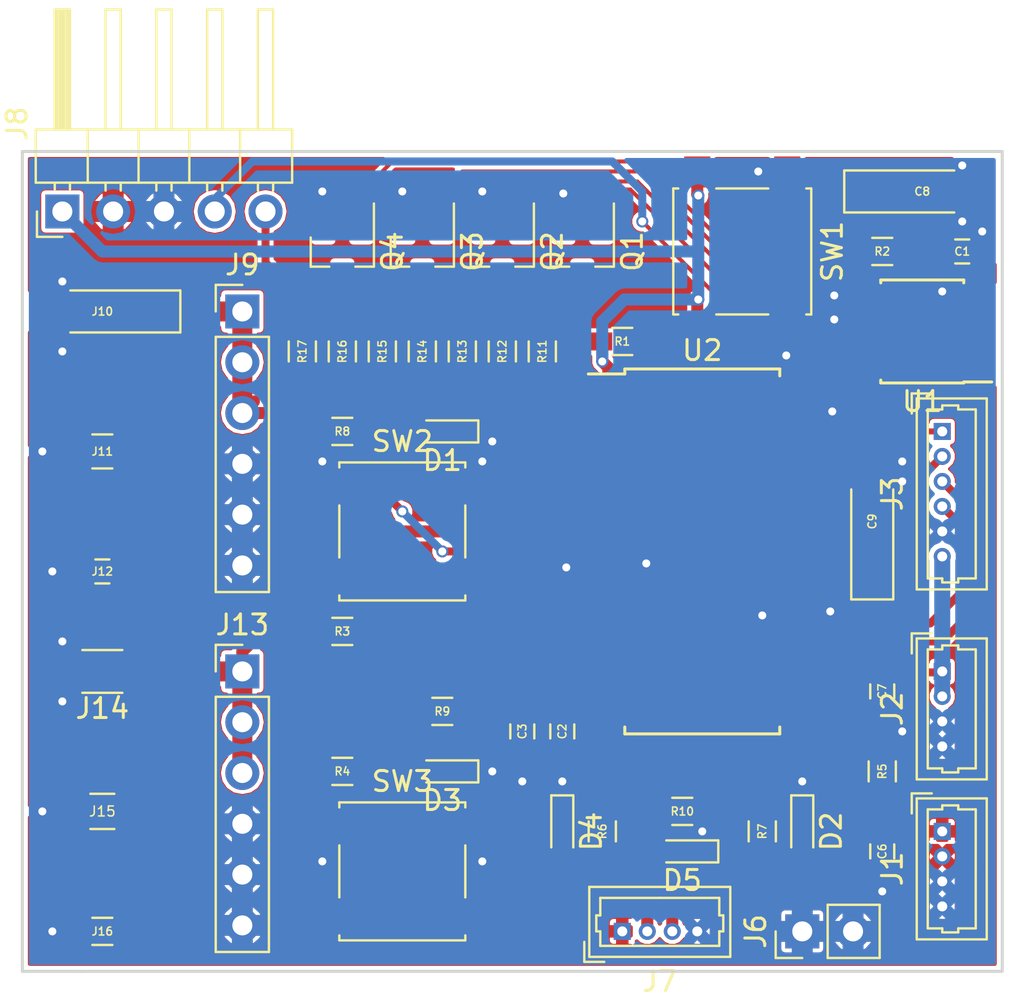
<source format=kicad_pcb>
(kicad_pcb (version 4) (host pcbnew 4.0.7-e2-6376~58~ubuntu16.04.1)
  (layers (0 F.Cu signal) (31 B.Cu signal) (34 B.Paste user) (35 F.Paste user) (36 B.SilkS user) (37 F.SilkS user) (38 B.Mask user) (39 F.Mask user) (44 Edge.Cuts user))
  (net 0 "")
  (net 1 +3V3)
  (net 2 GND)
  (net 3 +5V)
  (net 4 "Net-(C8-Pad1)")
  (net 5 "Net-(C9-Pad1)")
  (net 6 "Net-(D1-Pad2)")
  (net 7 "Net-(D2-Pad2)")
  (net 8 "Net-(D3-Pad2)")
  (net 9 "Net-(D4-Pad2)")
  (net 10 "Net-(D5-Pad2)")
  (net 11 /LCD_SS)
  (net 12 /LCD_SDO)
  (net 13 /LCD_SCK)
  (net 14 /LCD_SDI)
  (net 15 /SER_TX)
  (net 16 /SER_RX)
  (net 17 /PGM_RESET)
  (net 18 /PGM_PGED)
  (net 19 /PGM_PGEC)
  (net 20 /Cx)
  (net 21 /Rx)
  (net 22 "Net-(Q1-Pad1)")
  (net 23 "Net-(Q1-Pad3)")
  (net 24 "Net-(Q2-Pad1)")
  (net 25 "Net-(Q2-Pad3)")
  (net 26 "Net-(Q3-Pad1)")
  (net 27 "Net-(Q3-Pad3)")
  (net 28 "Net-(Q4-Pad1)")
  (net 29 "Net-(Q4-Pad3)")
  (net 30 /AVDD)
  (net 31 /START_Cx)
  (net 32 /START_Rx)
  (net 33 "Net-(R8-Pad1)")
  (net 34 "Net-(R9-Pad1)")
  (net 35 "Net-(R10-Pad1)")
  (net 36 "Net-(R11-Pad1)")
  (net 37 "Net-(R14-Pad2)")
  (net 38 "Net-(R15-Pad1)")
  (net 39 "Net-(R16-Pad2)")
  (net 40 "Net-(U1-Pad2)")
  (net 41 "Net-(U2-Pad3)")
  (module Housings_SOIC:SOIC-28W_7.5x17.9mm_Pitch1.27mm (layer F.Cu) (at 107 115)
    (fp_text reference U2 (at 0 -10.05) (layer F.SilkS))
    (fp_text value dsPIC33EPXXXGP502)
    (pad 1 smd rect (at -4.7 -8.255) (size 2 0.6) (layers F.Cu F.Paste F.Mask) (net 17 /PGM_RESET))
    (pad 2 smd rect (at -4.7 -6.985) (size 2 0.6) (layers F.Cu F.Paste F.Mask) (net 36 "Net-(R11-Pad1)"))
    (pad 3 smd rect (at -4.7 -5.715) (size 2 0.6) (layers F.Cu F.Paste F.Mask) (net 41 "Net-(U2-Pad3)"))
    (pad 4 smd rect (at -4.7 -4.445) (size 2 0.6) (layers F.Cu F.Paste F.Mask) (net 20 /Cx))
    (pad 5 smd rect (at -4.7 -3.175) (size 2 0.6) (layers F.Cu F.Paste F.Mask) (net 21 /Rx))
    (pad 6 smd rect (at -4.7 -1.905) (size 2 0.6) (layers F.Cu F.Paste F.Mask) (net 19 /PGM_PGEC))
    (pad 7 smd rect (at -4.7 -0.635) (size 2 0.6) (layers F.Cu F.Paste F.Mask) (net 18 /PGM_PGED))
    (pad 8 smd rect (at -4.7 0.635) (size 2 0.6) (layers F.Cu F.Paste F.Mask) (net 2 GND))
    (pad 9 smd rect (at -4.7 1.905) (size 2 0.6) (layers F.Cu F.Paste F.Mask) (net 31 /START_Cx))
    (pad 10 smd rect (at -4.7 3.175) (size 2 0.6) (layers F.Cu F.Paste F.Mask) (net 32 /START_Rx))
    (pad 11 smd rect (at -4.7 4.445) (size 2 0.6) (layers F.Cu F.Paste F.Mask) (net 34 "Net-(R9-Pad1)"))
    (pad 12 smd rect (at -4.7 5.715) (size 2 0.6) (layers F.Cu F.Paste F.Mask) (net 35 "Net-(R10-Pad1)"))
    (pad 13 smd rect (at -4.7 6.985) (size 2 0.6) (layers F.Cu F.Paste F.Mask) (net 1 +3V3))
    (pad 14 smd rect (at -4.7 8.255) (size 2 0.6) (layers F.Cu F.Paste F.Mask) (net 15 /SER_TX))
    (pad 15 smd rect (at 4.7 8.255) (size 2 0.6) (layers F.Cu F.Paste F.Mask) (net 16 /SER_RX))
    (pad 16 smd rect (at 4.7 6.985) (size 2 0.6) (layers F.Cu F.Paste F.Mask) (net 13 /LCD_SCK))
    (pad 17 smd rect (at 4.7 5.715) (size 2 0.6) (layers F.Cu F.Paste F.Mask) (net 14 /LCD_SDI))
    (pad 18 smd rect (at 4.7 4.445) (size 2 0.6) (layers F.Cu F.Paste F.Mask) (net 12 /LCD_SDO))
    (pad 19 smd rect (at 4.7 3.175) (size 2 0.6) (layers F.Cu F.Paste F.Mask) (net 2 GND))
    (pad 20 smd rect (at 4.7 1.905) (size 2 0.6) (layers F.Cu F.Paste F.Mask) (net 5 "Net-(C9-Pad1)"))
    (pad 21 smd rect (at 4.7 0.635) (size 2 0.6) (layers F.Cu F.Paste F.Mask) (net 11 /LCD_SS))
    (pad 22 smd rect (at 4.7 -0.635) (size 2 0.6) (layers F.Cu F.Paste F.Mask) (net 22 "Net-(Q1-Pad1)"))
    (pad 23 smd rect (at 4.7 -1.905) (size 2 0.6) (layers F.Cu F.Paste F.Mask) (net 24 "Net-(Q2-Pad1)"))
    (pad 24 smd rect (at 4.7 -3.175) (size 2 0.6) (layers F.Cu F.Paste F.Mask) (net 26 "Net-(Q3-Pad1)"))
    (pad 25 smd rect (at 4.7 -4.445) (size 2 0.6) (layers F.Cu F.Paste F.Mask) (net 28 "Net-(Q4-Pad1)"))
    (pad 26 smd rect (at 4.7 -5.715) (size 2 0.6) (layers F.Cu F.Paste F.Mask) (net 33 "Net-(R8-Pad1)"))
    (pad 27 smd rect (at 4.7 -6.985) (size 2 0.6) (layers F.Cu F.Paste F.Mask) (net 2 GND))
    (pad 28 smd rect (at 4.7 -8.255) (size 2 0.6) (layers F.Cu F.Paste F.Mask) (net 30 /AVDD))
  )
  (module Housings_SOIC:SOIC-8_3.9x4.9mm_Pitch1.27mm (layer F.Cu) (at 118 104 180)
    (fp_text reference U1 (at 0 -3.5 180) (layer F.SilkS))
    (fp_text value MCP1501)
    (pad 1 smd rect (at -2.7 -1.905 180) (size 1.55 0.6) (layers F.Cu F.Paste F.Mask) (net 1 +3V3))
    (pad 2 smd rect (at -2.7 -0.635 180) (size 1.55 0.6) (layers F.Cu F.Paste F.Mask) (net 40 "Net-(U1-Pad2)"))
    (pad 3 smd rect (at -2.7 0.635 180) (size 1.55 0.6) (layers F.Cu F.Paste F.Mask) (net 1 +3V3))
    (pad 4 smd rect (at -2.7 1.905 180) (size 1.55 0.6) (layers F.Cu F.Paste F.Mask) (net 2 GND))
    (pad 5 smd rect (at 2.7 1.905 180) (size 1.55 0.6) (layers F.Cu F.Paste F.Mask) (net 2 GND))
    (pad 6 smd rect (at 2.7 0.635 180) (size 1.55 0.6) (layers F.Cu F.Paste F.Mask) (net 2 GND))
    (pad 7 smd rect (at 2.7 -0.635 180) (size 1.55 0.6) (layers F.Cu F.Paste F.Mask) (net 30 /AVDD))
    (pad 8 smd rect (at 2.7 -1.905 180) (size 1.55 0.6) (layers F.Cu F.Paste F.Mask) (net 30 /AVDD))
  )
  (module Resistors_SMD:R_0603_HandSoldering (layer F.Cu) (at 87 105 270)
    (fp_text reference R17 (at 0 0 270) (layer F.SilkS) (effects (font (size 0.4 0.4) (thickness 0.075))))
    (fp_text value 1M hide)
    (pad 1 smd rect (at -1.1 0 270) (size 1.2 0.9) (layers F.Cu F.Paste F.Mask) (net 29 "Net-(Q4-Pad3)"))
    (pad 2 smd rect (at 1.1 0 270) (size 1.2 0.9) (layers F.Cu F.Paste F.Mask) (net 39 "Net-(R16-Pad2)"))
  )
  (module Resistors_SMD:R_0603_HandSoldering (layer F.Cu) (at 89 126 180)
    (fp_text reference R4 (at 0 0 180) (layer F.SilkS) (effects (font (size 0.4 0.4) (thickness 0.075))))
    (fp_text value 10k hide)
    (pad 1 smd rect (at -1.1 0 180) (size 1.2 0.9) (layers F.Cu F.Paste F.Mask) (net 32 /START_Rx))
    (pad 2 smd rect (at 1.1 0 180) (size 1.2 0.9) (layers F.Cu F.Paste F.Mask) (net 1 +3V3))
  )
  (module Capacitors_SMD:C_0603_HandSoldering (layer F.Cu) (at 120 100)
    (fp_text reference C1 (at 0 0) (layer F.SilkS) (effects (font (size 0.4 0.4) (thickness 0.075))))
    (fp_text value 1µ hide)
    (pad 1 smd rect (at -0.95 0) (size 1.2 0.75) (layers F.Cu F.Paste F.Mask) (net 1 +3V3))
    (pad 2 smd rect (at 0.95 0) (size 1.2 0.75) (layers F.Cu F.Paste F.Mask) (net 2 GND))
  )
  (module Capacitors_SMD:C_0603_HandSoldering (layer F.Cu) (at 100 124 270)
    (fp_text reference C2 (at 0 0 270) (layer F.SilkS) (effects (font (size 0.4 0.4) (thickness 0.075))))
    (fp_text value 1µ hide)
    (pad 1 smd rect (at -0.95 0 270) (size 1.2 0.75) (layers F.Cu F.Paste F.Mask) (net 1 +3V3))
    (pad 2 smd rect (at 0.95 0 270) (size 1.2 0.75) (layers F.Cu F.Paste F.Mask) (net 2 GND))
  )
  (module Capacitors_SMD:C_0603_HandSoldering (layer F.Cu) (at 98 124 270)
    (fp_text reference C3 (at 0 0 270) (layer F.SilkS) (effects (font (size 0.4 0.4) (thickness 0.075))))
    (fp_text value 10n hide)
    (pad 1 smd rect (at -0.95 0 270) (size 1.2 0.75) (layers F.Cu F.Paste F.Mask) (net 1 +3V3))
    (pad 2 smd rect (at 0.95 0 270) (size 1.2 0.75) (layers F.Cu F.Paste F.Mask) (net 2 GND))
  )
  (module Capacitors_SMD:C_0603_HandSoldering (layer F.Cu) (at 116 130 270)
    (fp_text reference C6 (at 0 0 270) (layer F.SilkS) (effects (font (size 0.4 0.4) (thickness 0.075))))
    (fp_text value 10n hide)
    (pad 1 smd rect (at -0.95 0 270) (size 1.2 0.75) (layers F.Cu F.Paste F.Mask) (net 1 +3V3))
    (pad 2 smd rect (at 0.95 0 270) (size 1.2 0.75) (layers F.Cu F.Paste F.Mask) (net 2 GND))
  )
  (module Capacitors_SMD:C_0603_HandSoldering (layer F.Cu) (at 116 122 270)
    (fp_text reference C7 (at 0 0 270) (layer F.SilkS) (effects (font (size 0.4 0.4) (thickness 0.075))))
    (fp_text value 10n hide)
    (pad 1 smd rect (at -0.95 0 270) (size 1.2 0.75) (layers F.Cu F.Paste F.Mask) (net 3 +5V))
    (pad 2 smd rect (at 0.95 0 270) (size 1.2 0.75) (layers F.Cu F.Paste F.Mask) (net 2 GND))
  )
  (module Capacitors_Tantalum_SMD:CP_Tantalum_Case-A_EIA-3216-18_Hand (layer F.Cu) (at 118 97)
    (fp_text reference C8 (at 0 0) (layer F.SilkS) (effects (font (size 0.4 0.4) (thickness 0.075))))
    (fp_text value 2.2µ hide)
    (pad 1 smd rect (at -2 0) (size 3.2 1.5) (layers F.Cu F.Paste F.Mask) (net 4 "Net-(C8-Pad1)"))
    (pad 2 smd rect (at 2 0) (size 3.2 1.5) (layers F.Cu F.Paste F.Mask) (net 2 GND))
  )
  (module Capacitors_Tantalum_SMD:CP_Tantalum_Case-A_EIA-3216-18_Hand (layer F.Cu) (at 115.5 113.5 90)
    (fp_text reference C9 (at 0 0 90) (layer F.SilkS) (effects (font (size 0.4 0.4) (thickness 0.075))))
    (fp_text value 10µ hide)
    (pad 1 smd rect (at -2 0 90) (size 3.2 1.5) (layers F.Cu F.Paste F.Mask) (net 5 "Net-(C9-Pad1)"))
    (pad 2 smd rect (at 2 0 90) (size 3.2 1.5) (layers F.Cu F.Paste F.Mask) (net 2 GND))
  )
  (module LEDs:LED_0603_HandSoldering (layer F.Cu) (at 94 109 180)
    (fp_text reference D1 (at 0 -1.45 180) (layer F.SilkS))
    (fp_text value C_BUSY)
    (pad 1 smd rect (at -1.1 0 180) (size 1.2 0.9) (layers F.Cu F.Paste F.Mask) (net 2 GND))
    (pad 2 smd rect (at 1.1 0 180) (size 1.2 0.9) (layers F.Cu F.Paste F.Mask) (net 6 "Net-(D1-Pad2)"))
  )
  (module LEDs:LED_0603_HandSoldering (layer F.Cu) (at 112 129 270)
    (fp_text reference D2 (at 0 -1.45 270) (layer F.SilkS))
    (fp_text value RX)
    (pad 1 smd rect (at -1.1 0 270) (size 1.2 0.9) (layers F.Cu F.Paste F.Mask) (net 2 GND))
    (pad 2 smd rect (at 1.1 0 270) (size 1.2 0.9) (layers F.Cu F.Paste F.Mask) (net 7 "Net-(D2-Pad2)"))
  )
  (module LEDs:LED_0603_HandSoldering (layer F.Cu) (at 94 126 180)
    (fp_text reference D3 (at 0 -1.45 180) (layer F.SilkS))
    (fp_text value R_BUSY)
    (pad 1 smd rect (at -1.1 0 180) (size 1.2 0.9) (layers F.Cu F.Paste F.Mask) (net 2 GND))
    (pad 2 smd rect (at 1.1 0 180) (size 1.2 0.9) (layers F.Cu F.Paste F.Mask) (net 8 "Net-(D3-Pad2)"))
  )
  (module LEDs:LED_0603_HandSoldering (layer F.Cu) (at 100 129 270)
    (fp_text reference D4 (at 0 -1.45 270) (layer F.SilkS))
    (fp_text value TX)
    (pad 1 smd rect (at -1.1 0 270) (size 1.2 0.9) (layers F.Cu F.Paste F.Mask) (net 2 GND))
    (pad 2 smd rect (at 1.1 0 270) (size 1.2 0.9) (layers F.Cu F.Paste F.Mask) (net 9 "Net-(D4-Pad2)"))
  )
  (module LEDs:LED_0603_HandSoldering (layer F.Cu) (at 106 130 180)
    (fp_text reference D5 (at 0 -1.45 180) (layer F.SilkS))
    (fp_text value STATUS)
    (pad 1 smd rect (at -1.1 0 180) (size 1.2 0.9) (layers F.Cu F.Paste F.Mask) (net 2 GND))
    (pad 2 smd rect (at 1.1 0 180) (size 1.2 0.9) (layers F.Cu F.Paste F.Mask) (net 10 "Net-(D5-Pad2)"))
  )
  (module Connectors_Molex:Molex_PicoBlade_53047-0410_04x1.25mm_Straight (layer F.Cu) (at 119 129 270)
    (fp_text reference J1 (at 1.875 2.5 270) (layer F.SilkS))
    (fp_text value Supply_3.3V)
    (pad 1 thru_hole rect (at 0 0 270) (size 0.85 0.85) (drill 0.5) (layers *.Cu *.Mask) (net 1 +3V3))
    (pad 2 thru_hole circle (at 1.25 0 270) (size 0.85 0.85) (drill 0.5) (layers *.Cu *.Mask) (net 1 +3V3))
    (pad 3 thru_hole circle (at 2.5 0 270) (size 0.85 0.85) (drill 0.5) (layers *.Cu *.Mask) (net 2 GND))
    (pad 4 thru_hole circle (at 3.75 0 270) (size 0.85 0.85) (drill 0.5) (layers *.Cu *.Mask) (net 2 GND))
  )
  (module Connectors_Molex:Molex_PicoBlade_53047-0410_04x1.25mm_Straight (layer F.Cu) (at 119 121 270)
    (fp_text reference J2 (at 1.875 2.5 270) (layer F.SilkS))
    (fp_text value Supply_5.0V)
    (pad 1 thru_hole rect (at 0 0 270) (size 0.85 0.85) (drill 0.5) (layers *.Cu *.Mask) (net 3 +5V))
    (pad 2 thru_hole circle (at 1.25 0 270) (size 0.85 0.85) (drill 0.5) (layers *.Cu *.Mask) (net 3 +5V))
    (pad 3 thru_hole circle (at 2.5 0 270) (size 0.85 0.85) (drill 0.5) (layers *.Cu *.Mask) (net 2 GND))
    (pad 4 thru_hole circle (at 3.75 0 270) (size 0.85 0.85) (drill 0.5) (layers *.Cu *.Mask) (net 2 GND))
  )
  (module Connectors_Molex:Molex_PicoBlade_53047-0610_06x1.25mm_Straight (layer F.Cu) (at 119 109 270)
    (fp_text reference J3 (at 3.125 2.5 270) (layer F.SilkS))
    (fp_text value LCD)
    (pad 1 thru_hole rect (at 0 0 270) (size 0.85 0.85) (drill 0.5) (layers *.Cu *.Mask) (net 11 /LCD_SS))
    (pad 2 thru_hole circle (at 1.25 0 270) (size 0.85 0.85) (drill 0.5) (layers *.Cu *.Mask) (net 12 /LCD_SDO))
    (pad 3 thru_hole circle (at 2.5 0 270) (size 0.85 0.85) (drill 0.5) (layers *.Cu *.Mask) (net 13 /LCD_SCK))
    (pad 4 thru_hole circle (at 3.75 0 270) (size 0.85 0.85) (drill 0.5) (layers *.Cu *.Mask) (net 14 /LCD_SDI))
    (pad 5 thru_hole circle (at 5 0 270) (size 0.85 0.85) (drill 0.5) (layers *.Cu *.Mask) (net 2 GND))
    (pad 6 thru_hole circle (at 6.25 0 270) (size 0.85 0.85) (drill 0.5) (layers *.Cu *.Mask) (net 3 +5V))
  )
  (module Connectors_Molex:Molex_PicoBlade_53047-0410_04x1.25mm_Straight (layer F.Cu) (at 103 134)
    (fp_text reference J7 (at 1.875 2.5) (layer F.SilkS))
    (fp_text value SERIAL)
    (pad 1 thru_hole rect (at 0 0) (size 0.85 0.85) (drill 0.5) (layers *.Cu *.Mask) (net 1 +3V3))
    (pad 2 thru_hole circle (at 1.25 0) (size 0.85 0.85) (drill 0.5) (layers *.Cu *.Mask) (net 15 /SER_TX))
    (pad 3 thru_hole circle (at 2.5 0) (size 0.85 0.85) (drill 0.5) (layers *.Cu *.Mask) (net 16 /SER_RX))
    (pad 4 thru_hole circle (at 3.75 0) (size 0.85 0.85) (drill 0.5) (layers *.Cu *.Mask) (net 2 GND))
  )
  (module Pin_Headers:Pin_Header_Angled_1x05_Pitch2.54mm (layer F.Cu) (at 75 98 90)
    (fp_text reference J8 (at 4.385 -2.27 90) (layer F.SilkS))
    (fp_text value PGM)
    (pad 1 thru_hole rect (at 0 0 90) (size 1.7 1.7) (drill 1) (layers *.Cu *.Mask) (net 17 /PGM_RESET))
    (pad 2 thru_hole oval (at 0 2.54 90) (size 1.7 1.7) (drill 1) (layers *.Cu *.Mask) (net 1 +3V3))
    (pad 3 thru_hole oval (at 0 5.08 90) (size 1.7 1.7) (drill 1) (layers *.Cu *.Mask) (net 2 GND))
    (pad 4 thru_hole oval (at 0 7.62 90) (size 1.7 1.7) (drill 1) (layers *.Cu *.Mask) (net 18 /PGM_PGED))
    (pad 5 thru_hole oval (at 0 10.16 90) (size 1.7 1.7) (drill 1) (layers *.Cu *.Mask) (net 19 /PGM_PGEC))
  )
  (module Pin_Headers:Pin_Header_Straight_1x06_Pitch2.54mm (layer F.Cu) (at 84 103)
    (fp_text reference J9 (at 0 -2.33) (layer F.SilkS))
    (fp_text value Cx_TH_In)
    (pad 1 thru_hole rect (at 0 0) (size 1.7 1.7) (drill 1) (layers *.Cu *.Mask) (net 20 /Cx))
    (pad 2 thru_hole oval (at 0 2.54) (size 1.7 1.7) (drill 1) (layers *.Cu *.Mask) (net 20 /Cx))
    (pad 3 thru_hole oval (at 0 5.08) (size 1.7 1.7) (drill 1) (layers *.Cu *.Mask) (net 20 /Cx))
    (pad 4 thru_hole oval (at 0 7.62) (size 1.7 1.7) (drill 1) (layers *.Cu *.Mask) (net 2 GND))
    (pad 5 thru_hole oval (at 0 10.16) (size 1.7 1.7) (drill 1) (layers *.Cu *.Mask) (net 2 GND))
    (pad 6 thru_hole oval (at 0 12.7) (size 1.7 1.7) (drill 1) (layers *.Cu *.Mask) (net 2 GND))
  )
  (module Capacitors_Tantalum_SMD:CP_Tantalum_Case-A_EIA-3216-18_Hand (layer F.Cu) (at 77 103 180)
    (fp_text reference J10 (at 0 0 180) (layer F.SilkS) (effects (font (size 0.4 0.4) (thickness 0.075))))
    (fp_text value Cx_1206_In hide)
    (pad 1 smd rect (at -2 0 180) (size 3.2 1.5) (layers F.Cu F.Paste F.Mask) (net 20 /Cx))
    (pad 2 smd rect (at 2 0 180) (size 3.2 1.5) (layers F.Cu F.Paste F.Mask) (net 2 GND))
  )
  (module Capacitors_SMD:C_0805_HandSoldering (layer F.Cu) (at 77 110 180)
    (fp_text reference J11 (at 0 0 180) (layer F.SilkS) (effects (font (size 0.4 0.4) (thickness 0.075))))
    (fp_text value Cx_0805_In hide)
    (pad 1 smd rect (at -1.25 0 180) (size 1.5 1.25) (layers F.Cu F.Paste F.Mask) (net 20 /Cx))
    (pad 2 smd rect (at 1.25 0 180) (size 1.5 1.25) (layers F.Cu F.Paste F.Mask) (net 2 GND))
  )
  (module Capacitors_SMD:C_0603_HandSoldering (layer F.Cu) (at 77 116 180)
    (fp_text reference J12 (at 0 0 180) (layer F.SilkS) (effects (font (size 0.4 0.4) (thickness 0.075))))
    (fp_text value Cx_0603_In hide)
    (pad 1 smd rect (at -0.95 0 180) (size 1.2 0.75) (layers F.Cu F.Paste F.Mask) (net 20 /Cx))
    (pad 2 smd rect (at 0.95 0 180) (size 1.2 0.75) (layers F.Cu F.Paste F.Mask) (net 2 GND))
  )
  (module Pin_Headers:Pin_Header_Straight_1x06_Pitch2.54mm (layer F.Cu) (at 84 121)
    (fp_text reference J13 (at 0 -2.33) (layer F.SilkS))
    (fp_text value Rx_TH_In)
    (pad 1 thru_hole rect (at 0 0) (size 1.7 1.7) (drill 1) (layers *.Cu *.Mask) (net 21 /Rx))
    (pad 2 thru_hole oval (at 0 2.54) (size 1.7 1.7) (drill 1) (layers *.Cu *.Mask) (net 21 /Rx))
    (pad 3 thru_hole oval (at 0 5.08) (size 1.7 1.7) (drill 1) (layers *.Cu *.Mask) (net 21 /Rx))
    (pad 4 thru_hole oval (at 0 7.62) (size 1.7 1.7) (drill 1) (layers *.Cu *.Mask) (net 2 GND))
    (pad 5 thru_hole oval (at 0 10.16) (size 1.7 1.7) (drill 1) (layers *.Cu *.Mask) (net 2 GND))
    (pad 6 thru_hole oval (at 0 12.7) (size 1.7 1.7) (drill 1) (layers *.Cu *.Mask) (net 2 GND))
  )
  (module Resistors_SMD:R_1206_HandSoldering (layer F.Cu) (at 77 121 180)
    (fp_text reference J14 (at 0 -1.85 180) (layer F.SilkS))
    (fp_text value Rx_1206_In)
    (pad 1 smd rect (at -2 0 180) (size 2 1.7) (layers F.Cu F.Paste F.Mask) (net 21 /Rx))
    (pad 2 smd rect (at 2 0 180) (size 2 1.7) (layers F.Cu F.Paste F.Mask) (net 2 GND))
  )
  (module Resistors_SMD:R_0805_HandSoldering (layer F.Cu) (at 77 128 180)
    (fp_text reference J15 (at 0 0 180) (layer F.SilkS) (effects (font (size 0.5 0.5) (thickness 0.075))))
    (fp_text value Rx_0805_In hide)
    (pad 1 smd rect (at -1.35 0 180) (size 1.5 1.3) (layers F.Cu F.Paste F.Mask) (net 21 /Rx))
    (pad 2 smd rect (at 1.35 0 180) (size 1.5 1.3) (layers F.Cu F.Paste F.Mask) (net 2 GND))
  )
  (module Resistors_SMD:R_0603_HandSoldering (layer F.Cu) (at 77 134 180)
    (fp_text reference J16 (at 0 0 180) (layer F.SilkS) (effects (font (size 0.4 0.4) (thickness 0.075))))
    (fp_text value Rx_0603_In hide)
    (pad 1 smd rect (at -1.1 0 180) (size 1.2 0.9) (layers F.Cu F.Paste F.Mask) (net 21 /Rx))
    (pad 2 smd rect (at 1.1 0 180) (size 1.2 0.9) (layers F.Cu F.Paste F.Mask) (net 2 GND))
  )
  (module TO_SOT_Packages_SMD:SOT-23_Handsoldering (layer F.Cu) (at 101 100 270)
    (fp_text reference Q1 (at 0 -2.5 270) (layer F.SilkS))
    (fp_text value Q_550µ)
    (pad 1 smd rect (at -1.5 -0.95 270) (size 1.9 0.8) (layers F.Cu F.Paste F.Mask) (net 22 "Net-(Q1-Pad1)"))
    (pad 2 smd rect (at -1.5 0.95 270) (size 1.9 0.8) (layers F.Cu F.Paste F.Mask) (net 2 GND))
    (pad 3 smd rect (at 1.5 0 270) (size 1.9 0.8) (layers F.Cu F.Paste F.Mask) (net 23 "Net-(Q1-Pad3)"))
  )
  (module TO_SOT_Packages_SMD:SOT-23_Handsoldering (layer F.Cu) (at 97 100 270)
    (fp_text reference Q2 (at 0 -2.5 270) (layer F.SilkS))
    (fp_text value Q_55.0µ)
    (pad 1 smd rect (at -1.5 -0.95 270) (size 1.9 0.8) (layers F.Cu F.Paste F.Mask) (net 24 "Net-(Q2-Pad1)"))
    (pad 2 smd rect (at -1.5 0.95 270) (size 1.9 0.8) (layers F.Cu F.Paste F.Mask) (net 2 GND))
    (pad 3 smd rect (at 1.5 0 270) (size 1.9 0.8) (layers F.Cu F.Paste F.Mask) (net 25 "Net-(Q2-Pad3)"))
  )
  (module TO_SOT_Packages_SMD:SOT-23_Handsoldering (layer F.Cu) (at 93 100 270)
    (fp_text reference Q3 (at 0 -2.5 270) (layer F.SilkS))
    (fp_text value Q_5.50µ)
    (pad 1 smd rect (at -1.5 -0.95 270) (size 1.9 0.8) (layers F.Cu F.Paste F.Mask) (net 26 "Net-(Q3-Pad1)"))
    (pad 2 smd rect (at -1.5 0.95 270) (size 1.9 0.8) (layers F.Cu F.Paste F.Mask) (net 2 GND))
    (pad 3 smd rect (at 1.5 0 270) (size 1.9 0.8) (layers F.Cu F.Paste F.Mask) (net 27 "Net-(Q3-Pad3)"))
  )
  (module TO_SOT_Packages_SMD:SOT-23_Handsoldering (layer F.Cu) (at 89 100 270)
    (fp_text reference Q4 (at 0 -2.5 270) (layer F.SilkS))
    (fp_text value Q_0.55µ)
    (pad 1 smd rect (at -1.5 -0.95 270) (size 1.9 0.8) (layers F.Cu F.Paste F.Mask) (net 28 "Net-(Q4-Pad1)"))
    (pad 2 smd rect (at -1.5 0.95 270) (size 1.9 0.8) (layers F.Cu F.Paste F.Mask) (net 2 GND))
    (pad 3 smd rect (at 1.5 0 270) (size 1.9 0.8) (layers F.Cu F.Paste F.Mask) (net 29 "Net-(Q4-Pad3)"))
  )
  (module Resistors_SMD:R_0603_HandSoldering (layer F.Cu) (at 103 104.5)
    (fp_text reference R1 (at 0 0) (layer F.SilkS) (effects (font (size 0.4 0.4) (thickness 0.075))))
    (fp_text value 10k hide)
    (pad 1 smd rect (at -1.1 0) (size 1.2 0.9) (layers F.Cu F.Paste F.Mask) (net 17 /PGM_RESET))
    (pad 2 smd rect (at 1.1 0) (size 1.2 0.9) (layers F.Cu F.Paste F.Mask) (net 1 +3V3))
  )
  (module Resistors_SMD:R_0603_HandSoldering (layer F.Cu) (at 116 100 180)
    (fp_text reference R2 (at 0 0 180) (layer F.SilkS) (effects (font (size 0.4 0.4) (thickness 0.075))))
    (fp_text value 51.1 hide)
    (pad 1 smd rect (at -1.1 0 180) (size 1.2 0.9) (layers F.Cu F.Paste F.Mask) (net 30 /AVDD))
    (pad 2 smd rect (at 1.1 0 180) (size 1.2 0.9) (layers F.Cu F.Paste F.Mask) (net 4 "Net-(C8-Pad1)"))
  )
  (module Resistors_SMD:R_0603_HandSoldering (layer F.Cu) (at 89 119)
    (fp_text reference R3 (at 0 0) (layer F.SilkS) (effects (font (size 0.4 0.4) (thickness 0.075))))
    (fp_text value 10k hide)
    (pad 1 smd rect (at -1.1 0) (size 1.2 0.9) (layers F.Cu F.Paste F.Mask) (net 31 /START_Cx))
    (pad 2 smd rect (at 1.1 0) (size 1.2 0.9) (layers F.Cu F.Paste F.Mask) (net 1 +3V3))
  )
  (module Resistors_SMD:R_0603_HandSoldering (layer F.Cu) (at 116 126 270)
    (fp_text reference R5 (at 0 0 270) (layer F.SilkS) (effects (font (size 0.4 0.4) (thickness 0.075))))
    (fp_text value 10k hide)
    (pad 1 smd rect (at -1.1 0 270) (size 1.2 0.9) (layers F.Cu F.Paste F.Mask) (net 2 GND))
    (pad 2 smd rect (at 1.1 0 270) (size 1.2 0.9) (layers F.Cu F.Paste F.Mask) (net 16 /SER_RX))
  )
  (module Resistors_SMD:R_0603_HandSoldering (layer F.Cu) (at 102 129 90)
    (fp_text reference R6 (at 0 0 90) (layer F.SilkS) (effects (font (size 0.4 0.4) (thickness 0.075))))
    (fp_text value 196 hide)
    (pad 1 smd rect (at -1.1 0 90) (size 1.2 0.9) (layers F.Cu F.Paste F.Mask) (net 9 "Net-(D4-Pad2)"))
    (pad 2 smd rect (at 1.1 0 90) (size 1.2 0.9) (layers F.Cu F.Paste F.Mask) (net 15 /SER_TX))
  )
  (module Resistors_SMD:R_0603_HandSoldering (layer F.Cu) (at 110 129 90)
    (fp_text reference R7 (at 0 0 90) (layer F.SilkS) (effects (font (size 0.4 0.4) (thickness 0.075))))
    (fp_text value 196 hide)
    (pad 1 smd rect (at -1.1 0 90) (size 1.2 0.9) (layers F.Cu F.Paste F.Mask) (net 7 "Net-(D2-Pad2)"))
    (pad 2 smd rect (at 1.1 0 90) (size 1.2 0.9) (layers F.Cu F.Paste F.Mask) (net 16 /SER_RX))
  )
  (module Resistors_SMD:R_0603_HandSoldering (layer F.Cu) (at 89 109)
    (fp_text reference R8 (at 0 0) (layer F.SilkS) (effects (font (size 0.4 0.4) (thickness 0.075))))
    (fp_text value 196 hide)
    (pad 1 smd rect (at -1.1 0) (size 1.2 0.9) (layers F.Cu F.Paste F.Mask) (net 33 "Net-(R8-Pad1)"))
    (pad 2 smd rect (at 1.1 0) (size 1.2 0.9) (layers F.Cu F.Paste F.Mask) (net 6 "Net-(D1-Pad2)"))
  )
  (module Resistors_SMD:R_0603_HandSoldering (layer F.Cu) (at 94 123 180)
    (fp_text reference R9 (at 0 0 180) (layer F.SilkS) (effects (font (size 0.4 0.4) (thickness 0.075))))
    (fp_text value 196 hide)
    (pad 1 smd rect (at -1.1 0 180) (size 1.2 0.9) (layers F.Cu F.Paste F.Mask) (net 34 "Net-(R9-Pad1)"))
    (pad 2 smd rect (at 1.1 0 180) (size 1.2 0.9) (layers F.Cu F.Paste F.Mask) (net 8 "Net-(D3-Pad2)"))
  )
  (module Resistors_SMD:R_0603_HandSoldering (layer F.Cu) (at 106 128 180)
    (fp_text reference R10 (at 0 0 180) (layer F.SilkS) (effects (font (size 0.4 0.4) (thickness 0.075))))
    (fp_text value 196 hide)
    (pad 1 smd rect (at -1.1 0 180) (size 1.2 0.9) (layers F.Cu F.Paste F.Mask) (net 35 "Net-(R10-Pad1)"))
    (pad 2 smd rect (at 1.1 0 180) (size 1.2 0.9) (layers F.Cu F.Paste F.Mask) (net 10 "Net-(D5-Pad2)"))
  )
  (module Resistors_SMD:R_0603_HandSoldering (layer F.Cu) (at 99 105 90)
    (fp_text reference R11 (at 0 0 90) (layer F.SilkS) (effects (font (size 0.4 0.4) (thickness 0.075))))
    (fp_text value 4.22k hide)
    (pad 1 smd rect (at -1.1 0 90) (size 1.2 0.9) (layers F.Cu F.Paste F.Mask) (net 36 "Net-(R11-Pad1)"))
    (pad 2 smd rect (at 1.1 0 90) (size 1.2 0.9) (layers F.Cu F.Paste F.Mask) (net 23 "Net-(Q1-Pad3)"))
  )
  (module Resistors_SMD:R_0603_HandSoldering (layer F.Cu) (at 97 105 90)
    (fp_text reference R12 (at 0 0 90) (layer F.SilkS) (effects (font (size 0.4 0.4) (thickness 0.075))))
    (fp_text value 42.2k hide)
    (pad 1 smd rect (at -1.1 0 90) (size 1.2 0.9) (layers F.Cu F.Paste F.Mask) (net 36 "Net-(R11-Pad1)"))
    (pad 2 smd rect (at 1.1 0 90) (size 1.2 0.9) (layers F.Cu F.Paste F.Mask) (net 25 "Net-(Q2-Pad3)"))
  )
  (module Resistors_SMD:R_0603_HandSoldering (layer F.Cu) (at 95 105 90)
    (fp_text reference R13 (at 0 0 90) (layer F.SilkS) (effects (font (size 0.4 0.4) (thickness 0.075))))
    (fp_text value 422k hide)
    (pad 1 smd rect (at -1.1 0 90) (size 1.2 0.9) (layers F.Cu F.Paste F.Mask) (net 36 "Net-(R11-Pad1)"))
    (pad 2 smd rect (at 1.1 0 90) (size 1.2 0.9) (layers F.Cu F.Paste F.Mask) (net 27 "Net-(Q3-Pad3)"))
  )
  (module Resistors_SMD:R_0603_HandSoldering (layer F.Cu) (at 93 105 90)
    (fp_text reference R14 (at 0 0 90) (layer F.SilkS) (effects (font (size 0.4 0.4) (thickness 0.075))))
    (fp_text value 1M hide)
    (pad 1 smd rect (at -1.1 0 90) (size 1.2 0.9) (layers F.Cu F.Paste F.Mask) (net 36 "Net-(R11-Pad1)"))
    (pad 2 smd rect (at 1.1 0 90) (size 1.2 0.9) (layers F.Cu F.Paste F.Mask) (net 37 "Net-(R14-Pad2)"))
  )
  (module Resistors_SMD:R_0603_HandSoldering (layer F.Cu) (at 91 105 270)
    (fp_text reference R15 (at 0 0 270) (layer F.SilkS) (effects (font (size 0.4 0.4) (thickness 0.075))))
    (fp_text value 1M hide)
    (pad 1 smd rect (at -1.1 0 270) (size 1.2 0.9) (layers F.Cu F.Paste F.Mask) (net 38 "Net-(R15-Pad1)"))
    (pad 2 smd rect (at 1.1 0 270) (size 1.2 0.9) (layers F.Cu F.Paste F.Mask) (net 37 "Net-(R14-Pad2)"))
  )
  (module Resistors_SMD:R_0603_HandSoldering (layer F.Cu) (at 89 105 270)
    (fp_text reference R16 (at 0 0 270) (layer F.SilkS) (effects (font (size 0.4 0.4) (thickness 0.075))))
    (fp_text value 1M hide)
    (pad 1 smd rect (at -1.1 0 270) (size 1.2 0.9) (layers F.Cu F.Paste F.Mask) (net 38 "Net-(R15-Pad1)"))
    (pad 2 smd rect (at 1.1 0 270) (size 1.2 0.9) (layers F.Cu F.Paste F.Mask) (net 39 "Net-(R16-Pad2)"))
  )
  (module Buttons_Switches_SMD:SW_SPST_B3S-1000 (layer F.Cu) (at 109 100 270)
    (fp_text reference SW1 (at 0 -4.5 270) (layer F.SilkS))
    (fp_text value SW_Reset)
    (pad 1 smd rect (at -3.975 -2.25 270) (size 1.55 1.3) (layers F.Cu F.Paste F.Mask) (net 2 GND))
    (pad 1 smd rect (at 3.975 -2.25 270) (size 1.55 1.3) (layers F.Cu F.Paste F.Mask) (net 2 GND))
    (pad 2 smd rect (at -3.975 2.25 270) (size 1.55 1.3) (layers F.Cu F.Paste F.Mask) (net 17 /PGM_RESET))
    (pad 2 smd rect (at 3.975 2.25 270) (size 1.55 1.3) (layers F.Cu F.Paste F.Mask) (net 17 /PGM_RESET))
  )
  (module Buttons_Switches_SMD:SW_SPST_B3S-1000 (layer F.Cu) (at 92 114)
    (fp_text reference SW2 (at 0 -4.5) (layer F.SilkS))
    (fp_text value SW_Cx)
    (pad 1 smd rect (at -3.975 -2.25) (size 1.55 1.3) (layers F.Cu F.Paste F.Mask) (net 2 GND))
    (pad 1 smd rect (at 3.975 -2.25) (size 1.55 1.3) (layers F.Cu F.Paste F.Mask) (net 2 GND))
    (pad 2 smd rect (at -3.975 2.25) (size 1.55 1.3) (layers F.Cu F.Paste F.Mask) (net 31 /START_Cx))
    (pad 2 smd rect (at 3.975 2.25) (size 1.55 1.3) (layers F.Cu F.Paste F.Mask) (net 31 /START_Cx))
  )
  (module Buttons_Switches_SMD:SW_SPST_B3S-1000 (layer F.Cu) (at 92 131)
    (fp_text reference SW3 (at 0 -4.5) (layer F.SilkS))
    (fp_text value SW_Rx)
    (pad 1 smd rect (at -3.975 -2.25) (size 1.55 1.3) (layers F.Cu F.Paste F.Mask) (net 2 GND))
    (pad 1 smd rect (at 3.975 -2.25) (size 1.55 1.3) (layers F.Cu F.Paste F.Mask) (net 2 GND))
    (pad 2 smd rect (at -3.975 2.25) (size 1.55 1.3) (layers F.Cu F.Paste F.Mask) (net 32 /START_Rx))
    (pad 2 smd rect (at 3.975 2.25) (size 1.55 1.3) (layers F.Cu F.Paste F.Mask) (net 32 /START_Rx))
  )
  (module Pin_Headers:Pin_Header_Straight_1x02_Pitch2.54mm (layer F.Cu) (at 112 134 90)
    (fp_text reference J6 (at 0 -2.33 90) (layer F.SilkS))
    (fp_text value GND)
    (pad 1 thru_hole rect (at 0 0 90) (size 1.7 1.7) (drill 1) (layers *.Cu *.Mask) (net 2 GND))
    (pad 2 thru_hole oval (at 0 2.54 90) (size 1.7 1.7) (drill 1) (layers *.Cu *.Mask) (net 2 GND))
  )
  (gr_line (start 73 136) (end 73 95) (angle 90) (layer Edge.Cuts) (width 0.15))
  (gr_line (start 76 136) (end 73 136) (angle 90) (layer Edge.Cuts) (width 0.15))
  (gr_line (start 122 136) (end 76 136) (angle 90) (layer Edge.Cuts) (width 0.15))
  (gr_line (start 122 95) (end 122 136) (angle 90) (layer Edge.Cuts) (width 0.15))
  (gr_line (start 73 95) (end 122 95) (angle 90) (layer Edge.Cuts) (width 0.15))
  (segment (start 102.3 121.985) (end 99.065 121.985) (width 0.6) (layer F.Cu) (net 1))
  (segment (start 99.065 121.985) (end 98 123.05) (width 0.6) (layer F.Cu) (net 1))
  (segment (start 102.3 121.985) (end 101.065 121.985) (width 0.6) (layer F.Cu) (net 1))
  (segment (start 101.065 121.985) (end 100 123.05) (width 0.6) (layer F.Cu) (net 1))
  (segment (start 95.975 111.75) (end 95.975 110.525) (width 0.6) (layer F.Cu) (net 2))
  (via (at 96 110.5) (size 0.6) (drill 0.4) (layers F.Cu B.Cu) (net 2))
  (segment (start 95.975 110.525) (end 96 110.5) (width 0.6) (layer F.Cu) (net 2))
  (segment (start 88.025 111.75) (end 88.025 110.525) (width 0.6) (layer F.Cu) (net 2))
  (via (at 88 110.5) (size 0.6) (drill 0.4) (layers F.Cu B.Cu) (net 2))
  (segment (start 88.025 110.525) (end 88 110.5) (width 0.6) (layer F.Cu) (net 2))
  (segment (start 115.3 103.365) (end 113.835 103.365) (width 0.6) (layer F.Cu) (net 2))
  (via (at 113.6 103.4) (size 0.6) (drill 0.4) (layers F.Cu B.Cu) (net 2))
  (segment (start 113.8 103.4) (end 113.6 103.4) (width 0.6) (layer F.Cu) (net 2))
  (segment (start 113.835 103.365) (end 113.8 103.4) (width 0.6) (layer F.Cu) (net 2))
  (segment (start 115.3 102.095) (end 113.705 102.095) (width 0.6) (layer F.Cu) (net 2))
  (via (at 113.6 102.2) (size 0.6) (drill 0.4) (layers F.Cu B.Cu) (net 2))
  (segment (start 113.705 102.095) (end 113.6 102.2) (width 0.6) (layer F.Cu) (net 2))
  (segment (start 111.25 96.025) (end 109.825 96.025) (width 0.6) (layer F.Cu) (net 2))
  (via (at 109.8 96) (size 0.6) (drill 0.4) (layers F.Cu B.Cu) (net 2))
  (segment (start 109.825 96.025) (end 109.8 96) (width 0.6) (layer F.Cu) (net 2))
  (segment (start 111.7 118.175) (end 113.225 118.175) (width 0.6) (layer F.Cu) (net 2))
  (via (at 113.4 118) (size 0.6) (drill 0.4) (layers F.Cu B.Cu) (net 2))
  (segment (start 113.225 118.175) (end 113.4 118) (width 0.6) (layer F.Cu) (net 2))
  (segment (start 111.7 118.175) (end 110.025 118.175) (width 0.6) (layer F.Cu) (net 2))
  (via (at 110 118.2) (size 0.6) (drill 0.4) (layers F.Cu B.Cu) (net 2))
  (segment (start 110.025 118.175) (end 110 118.2) (width 0.6) (layer F.Cu) (net 2))
  (segment (start 102.3 115.635) (end 100.365 115.635) (width 0.6) (layer F.Cu) (net 2))
  (via (at 100.2 115.8) (size 0.6) (drill 0.4) (layers F.Cu B.Cu) (net 2))
  (segment (start 100.365 115.635) (end 100.2 115.8) (width 0.6) (layer F.Cu) (net 2))
  (segment (start 102.3 115.635) (end 104.165002 115.635) (width 0.6) (layer F.Cu) (net 2))
  (segment (start 104.2 115.600002) (end 104.2 115.6) (width 0.6) (layer B.Cu) (net 2))
  (via (at 104.2 115.600002) (size 0.6) (drill 0.4) (layers F.Cu B.Cu) (net 2))
  (segment (start 104.165002 115.635) (end 104.2 115.600002) (width 0.6) (layer F.Cu) (net 2))
  (segment (start 111.7 108.015) (end 113.485 108.015) (width 0.6) (layer F.Cu) (net 2))
  (via (at 113.5 108) (size 0.6) (drill 0.4) (layers F.Cu B.Cu) (net 2))
  (segment (start 113.485 108.015) (end 113.5 108) (width 0.6) (layer F.Cu) (net 2))
  (segment (start 100.05 98.5) (end 100.05 97.100002) (width 0.6) (layer F.Cu) (net 2))
  (segment (start 100 97.050002) (end 100 97) (width 0.6) (layer B.Cu) (net 2))
  (segment (start 100.05 97.100002) (end 100 97.050002) (width 0.6) (layer B.Cu) (net 2))
  (via (at 100.05 97.100002) (size 0.6) (drill 0.4) (layers F.Cu B.Cu) (net 2))
  (segment (start 100.05 98.5) (end 100.05 97.150002) (width 0.6) (layer F.Cu) (net 2))
  (segment (start 100.05 97.150002) (end 100 97.100002) (width 0.6) (layer F.Cu) (net 2))
  (segment (start 96.05 98.5) (end 96.05 97.05) (width 0.6) (layer F.Cu) (net 2))
  (via (at 96 97) (size 0.6) (drill 0.4) (layers F.Cu B.Cu) (net 2))
  (segment (start 96.05 97.05) (end 96 97) (width 0.6) (layer F.Cu) (net 2))
  (segment (start 92.05 98.5) (end 92.05 97.05) (width 0.6) (layer F.Cu) (net 2))
  (via (at 92 97) (size 0.6) (drill 0.4) (layers F.Cu B.Cu) (net 2))
  (segment (start 92.05 97.05) (end 92 97) (width 0.6) (layer F.Cu) (net 2))
  (segment (start 88.05 98.5) (end 88.05 97.05) (width 0.6) (layer F.Cu) (net 2))
  (via (at 88 97) (size 0.6) (drill 0.4) (layers F.Cu B.Cu) (net 2))
  (segment (start 88.05 97.05) (end 88 97) (width 0.6) (layer F.Cu) (net 2))
  (segment (start 95.1 126) (end 96.5 126) (width 0.6) (layer F.Cu) (net 2))
  (via (at 96.5 126) (size 0.6) (drill 0.4) (layers F.Cu B.Cu) (net 2))
  (segment (start 98 124.95) (end 98 126.5) (width 0.6) (layer F.Cu) (net 2))
  (via (at 98 126.5) (size 0.6) (drill 0.4) (layers F.Cu B.Cu) (net 2))
  (segment (start 100 124.95) (end 100 126.5) (width 0.6) (layer F.Cu) (net 2))
  (via (at 100 126.5) (size 0.6) (drill 0.4) (layers F.Cu B.Cu) (net 2))
  (segment (start 100 127.9) (end 100 124.95) (width 0.6) (layer F.Cu) (net 2))
  (segment (start 107.1 130) (end 107.1 129.1) (width 0.6) (layer F.Cu) (net 2))
  (via (at 107 129) (size 0.6) (drill 0.4) (layers F.Cu B.Cu) (net 2))
  (segment (start 107.1 129.1) (end 107 129) (width 0.6) (layer F.Cu) (net 2))
  (segment (start 112 127.9) (end 112 126.5) (width 0.6) (layer F.Cu) (net 2))
  (via (at 112 126.5) (size 0.6) (drill 0.4) (layers F.Cu B.Cu) (net 2))
  (segment (start 116 130.95) (end 116 132) (width 0.6) (layer F.Cu) (net 2))
  (via (at 116 132) (size 0.6) (drill 0.4) (layers F.Cu B.Cu) (net 2))
  (segment (start 116 124) (end 117 124) (width 0.6) (layer F.Cu) (net 2))
  (via (at 117 124) (size 0.6) (drill 0.4) (layers F.Cu B.Cu) (net 2))
  (segment (start 116 122.95) (end 116 124) (width 0.6) (layer F.Cu) (net 2))
  (segment (start 116 124) (end 116 124.9) (width 0.6) (layer F.Cu) (net 2))
  (segment (start 117 110.5) (end 116.5 110.5) (width 0.6) (layer F.Cu) (net 2))
  (via (at 117 110.5) (size 0.6) (drill 0.4) (layers F.Cu B.Cu) (net 2))
  (segment (start 117 111.5) (end 115.5 111.5) (width 0.6) (layer F.Cu) (net 2))
  (via (at 117 111.5) (size 0.6) (drill 0.4) (layers F.Cu B.Cu) (net 2))
  (segment (start 117 110.5) (end 117 111.5) (width 0.6) (layer F.Cu) (net 2))
  (segment (start 116.5 110.5) (end 115.5 111.5) (width 0.6) (layer F.Cu) (net 2))
  (segment (start 120.7 102.095) (end 119.095 102.095) (width 0.6) (layer F.Cu) (net 2))
  (via (at 119 102) (size 0.6) (drill 0.4) (layers F.Cu B.Cu) (net 2))
  (segment (start 119.095 102.095) (end 119 102) (width 0.6) (layer F.Cu) (net 2))
  (segment (start 120.95 100) (end 120.95 99.05) (width 0.6) (layer F.Cu) (net 2))
  (via (at 121 99) (size 0.6) (drill 0.4) (layers F.Cu B.Cu) (net 2))
  (segment (start 120.95 99.05) (end 121 99) (width 0.6) (layer F.Cu) (net 2))
  (segment (start 120 97) (end 120 98.5) (width 0.6) (layer F.Cu) (net 2))
  (via (at 120 98.5) (size 0.6) (drill 0.4) (layers F.Cu B.Cu) (net 2))
  (segment (start 120 97) (end 120 95.7) (width 0.6) (layer F.Cu) (net 2))
  (via (at 120 95.7) (size 0.6) (drill 0.4) (layers F.Cu B.Cu) (net 2))
  (segment (start 111.25 103.975) (end 111.25 105.15) (width 0.6) (layer F.Cu) (net 2))
  (via (at 111.2 105.2) (size 0.6) (drill 0.4) (layers F.Cu B.Cu) (net 2))
  (segment (start 111.25 105.15) (end 111.2 105.2) (width 0.6) (layer F.Cu) (net 2))
  (segment (start 95.1 109) (end 96 109) (width 0.8) (layer F.Cu) (net 2))
  (via (at 96.5 109.5) (size 0.6) (drill 0.4) (layers F.Cu B.Cu) (net 2))
  (segment (start 96 109) (end 96.5 109.5) (width 0.8) (layer F.Cu) (net 2))
  (segment (start 95.975 128.75) (end 95.975 130.475) (width 0.8) (layer F.Cu) (net 2))
  (via (at 96 130.5) (size 0.6) (drill 0.4) (layers F.Cu B.Cu) (net 2))
  (segment (start 95.975 130.475) (end 96 130.5) (width 0.8) (layer F.Cu) (net 2))
  (segment (start 88.025 128.75) (end 88.025 130.475) (width 0.8) (layer F.Cu) (net 2))
  (via (at 88 130.5) (size 0.6) (drill 0.4) (layers F.Cu B.Cu) (net 2))
  (segment (start 88.025 130.475) (end 88 130.5) (width 0.8) (layer F.Cu) (net 2))
  (segment (start 75.9 134) (end 74.5 134) (width 0.8) (layer F.Cu) (net 2))
  (via (at 74.5 134) (size 0.6) (drill 0.4) (layers F.Cu B.Cu) (net 2))
  (segment (start 75.65 128) (end 74 128) (width 0.8) (layer F.Cu) (net 2))
  (via (at 74 128) (size 0.6) (drill 0.4) (layers F.Cu B.Cu) (net 2))
  (segment (start 75 121) (end 75 122.5) (width 0.8) (layer F.Cu) (net 2))
  (via (at 75 122.5) (size 0.6) (drill 0.4) (layers F.Cu B.Cu) (net 2))
  (segment (start 75 121) (end 75 119.5) (width 0.8) (layer F.Cu) (net 2))
  (via (at 75 119.5) (size 0.6) (drill 0.4) (layers F.Cu B.Cu) (net 2))
  (segment (start 76.05 116) (end 74.5 116) (width 0.8) (layer F.Cu) (net 2))
  (via (at 74.5 116) (size 0.6) (drill 0.4) (layers F.Cu B.Cu) (net 2))
  (segment (start 75.75 110) (end 74 110) (width 0.8) (layer F.Cu) (net 2))
  (via (at 74 110) (size 0.6) (drill 0.4) (layers F.Cu B.Cu) (net 2))
  (segment (start 75 103) (end 75 105) (width 0.8) (layer F.Cu) (net 2))
  (via (at 75 105) (size 0.6) (drill 0.4) (layers F.Cu B.Cu) (net 2))
  (segment (start 75 103) (end 75 101.5) (width 0.8) (layer F.Cu) (net 2))
  (via (at 75 101.5) (size 0.6) (drill 0.4) (layers F.Cu B.Cu) (net 2))
  (segment (start 119 121) (end 119 122.25) (width 0.8) (layer B.Cu) (net 3))
  (segment (start 119 121) (end 119 115.25) (width 0.8) (layer B.Cu) (net 3))
  (segment (start 116 121.05) (end 118.95 121.05) (width 0.4) (layer F.Cu) (net 3))
  (segment (start 118.95 121.05) (end 119 121) (width 0.4) (layer F.Cu) (net 3))
  (segment (start 114.9 100) (end 114.9 98.1) (width 0.6) (layer F.Cu) (net 4))
  (segment (start 114.9 98.1) (end 116 97) (width 0.6) (layer F.Cu) (net 4))
  (segment (start 111.7 116.905) (end 114.095 116.905) (width 0.4) (layer F.Cu) (net 5))
  (segment (start 114.095 116.905) (end 115.5 115.5) (width 0.4) (layer F.Cu) (net 5))
  (segment (start 90.1 109) (end 92.9 109) (width 0.6) (layer F.Cu) (net 6))
  (segment (start 110 130.1) (end 112 130.1) (width 0.6) (layer F.Cu) (net 7))
  (segment (start 92.9 123) (end 92.9 126) (width 1) (layer F.Cu) (net 8))
  (segment (start 100 130.1) (end 102 130.1) (width 0.6) (layer F.Cu) (net 9))
  (segment (start 104.9 130) (end 104.9 128) (width 0.6) (layer F.Cu) (net 10))
  (segment (start 111.7 115.635) (end 112.865 115.635) (width 0.3) (layer F.Cu) (net 11))
  (segment (start 114.5 109) (end 119 109) (width 0.3) (layer F.Cu) (net 11))
  (segment (start 114 109.5) (end 114.5 109) (width 0.3) (layer F.Cu) (net 11))
  (segment (start 114 114.5) (end 114 109.5) (width 0.3) (layer F.Cu) (net 11))
  (segment (start 112.865 115.635) (end 114 114.5) (width 0.3) (layer F.Cu) (net 11))
  (segment (start 111.7 119.445) (end 113.055 119.445) (width 0.4) (layer F.Cu) (net 12))
  (segment (start 118 111.25) (end 119 110.25) (width 0.4) (layer F.Cu) (net 12))
  (segment (start 118 117) (end 118 111.25) (width 0.4) (layer F.Cu) (net 12))
  (segment (start 117 118) (end 118 117) (width 0.4) (layer F.Cu) (net 12))
  (segment (start 114.5 118) (end 117 118) (width 0.4) (layer F.Cu) (net 12))
  (segment (start 113.055 119.445) (end 114.5 118) (width 0.4) (layer F.Cu) (net 12))
  (segment (start 111.7 119.445) (end 112.555 119.445) (width 0.4) (layer F.Cu) (net 12))
  (segment (start 111.7 121.985) (end 113.015 121.985) (width 0.4) (layer F.Cu) (net 13))
  (segment (start 121 113.5) (end 119 111.5) (width 0.4) (layer F.Cu) (net 13))
  (segment (start 121 117.5) (end 121 113.5) (width 0.4) (layer F.Cu) (net 13))
  (segment (start 119 119.5) (end 121 117.5) (width 0.4) (layer F.Cu) (net 13))
  (segment (start 115.5 119.5) (end 119 119.5) (width 0.4) (layer F.Cu) (net 13))
  (segment (start 113.015 121.985) (end 115.5 119.5) (width 0.4) (layer F.Cu) (net 13))
  (segment (start 111.7 120.715) (end 113.285 120.715) (width 0.4) (layer F.Cu) (net 14))
  (segment (start 120 113.75) (end 119 112.75) (width 0.4) (layer F.Cu) (net 14))
  (segment (start 120 117) (end 120 113.75) (width 0.4) (layer F.Cu) (net 14))
  (segment (start 118.399998 118.600002) (end 120 117) (width 0.4) (layer F.Cu) (net 14))
  (segment (start 115.399998 118.600002) (end 118.399998 118.600002) (width 0.4) (layer F.Cu) (net 14))
  (segment (start 113.285 120.715) (end 115.399998 118.600002) (width 0.4) (layer F.Cu) (net 14))
  (segment (start 104.25 134) (end 104.25 132.25) (width 0.6) (layer F.Cu) (net 15))
  (segment (start 103.5 129.4) (end 102 127.9) (width 0.6) (layer F.Cu) (net 15))
  (segment (start 103.5 131.5) (end 103.5 129.4) (width 0.6) (layer F.Cu) (net 15))
  (segment (start 104.25 132.25) (end 103.5 131.5) (width 0.6) (layer F.Cu) (net 15))
  (segment (start 102 127.9) (end 102 123.555) (width 0.6) (layer F.Cu) (net 15))
  (segment (start 102 123.555) (end 102.3 123.255) (width 0.6) (layer F.Cu) (net 15))
  (segment (start 105.5 134) (end 105.5 132.5) (width 0.6) (layer F.Cu) (net 16))
  (segment (start 108.5 129.4) (end 110 127.9) (width 0.6) (layer F.Cu) (net 16))
  (segment (start 108.5 131) (end 108.5 129.4) (width 0.6) (layer F.Cu) (net 16))
  (segment (start 108 131.5) (end 108.5 131) (width 0.6) (layer F.Cu) (net 16))
  (segment (start 106.5 131.5) (end 108 131.5) (width 0.6) (layer F.Cu) (net 16))
  (segment (start 105.5 132.5) (end 106.5 131.5) (width 0.6) (layer F.Cu) (net 16))
  (segment (start 111.7 123.255) (end 113.255 123.255) (width 0.6) (layer F.Cu) (net 16))
  (segment (start 115.1 127.1) (end 116 127.1) (width 0.6) (layer F.Cu) (net 16))
  (segment (start 114 126) (end 115.1 127.1) (width 0.6) (layer F.Cu) (net 16))
  (segment (start 114 124) (end 114 126) (width 0.6) (layer F.Cu) (net 16))
  (segment (start 113.255 123.255) (end 114 124) (width 0.6) (layer F.Cu) (net 16))
  (segment (start 110 127.9) (end 110 124) (width 0.6) (layer F.Cu) (net 16))
  (segment (start 110 124) (end 110.745 123.255) (width 0.6) (layer F.Cu) (net 16))
  (segment (start 110.745 123.255) (end 111.7 123.255) (width 0.6) (layer F.Cu) (net 16))
  (segment (start 106.8 100) (end 77 100) (width 0.6) (layer B.Cu) (net 17))
  (segment (start 77 100) (end 75 98) (width 0.6) (layer B.Cu) (net 17))
  (segment (start 102 105.5) (end 102 104.6) (width 0.6) (layer F.Cu) (net 17))
  (segment (start 102 104.6) (end 101.9 104.5) (width 0.6) (layer F.Cu) (net 17))
  (segment (start 106.8 102.4) (end 103.1 102.4) (width 0.6) (layer B.Cu) (net 17))
  (segment (start 102.3 105.8) (end 102.3 106.745) (width 0.6) (layer F.Cu) (net 17))
  (segment (start 102 105.5) (end 102.3 105.8) (width 0.6) (layer F.Cu) (net 17))
  (via (at 102 105.5) (size 0.6) (drill 0.4) (layers F.Cu B.Cu) (net 17))
  (segment (start 102 103.5) (end 102 105.5) (width 0.6) (layer B.Cu) (net 17))
  (segment (start 103.1 102.4) (end 102 103.5) (width 0.6) (layer B.Cu) (net 17))
  (segment (start 106.75 103.975) (end 106.75 102.45) (width 0.6) (layer F.Cu) (net 17))
  (segment (start 106.75 97.15) (end 106.75 96.025) (width 0.6) (layer F.Cu) (net 17))
  (segment (start 106.8 97.2) (end 106.75 97.15) (width 0.6) (layer F.Cu) (net 17))
  (via (at 106.8 97.2) (size 0.6) (drill 0.4) (layers F.Cu B.Cu) (net 17))
  (segment (start 106.8 102.4) (end 106.8 100) (width 0.6) (layer B.Cu) (net 17))
  (segment (start 106.8 100) (end 106.8 97.2) (width 0.6) (layer B.Cu) (net 17))
  (via (at 106.8 102.4) (size 0.6) (drill 0.4) (layers F.Cu B.Cu) (net 17))
  (segment (start 106.75 102.45) (end 106.8 102.4) (width 0.6) (layer F.Cu) (net 17))
  (segment (start 106.725 104) (end 106.75 103.975) (width 0.6) (layer F.Cu) (net 17))
  (segment (start 108 102.5) (end 105 99.5) (width 0.2) (layer F.Cu) (net 18))
  (segment (start 82.62 97.38) (end 84.5 95.5) (width 0.4) (layer B.Cu) (net 18))
  (segment (start 84.5 95.5) (end 102.5 95.5) (width 0.4) (layer B.Cu) (net 18))
  (segment (start 102.5 95.5) (end 104 97) (width 0.4) (layer B.Cu) (net 18))
  (segment (start 104 98.5) (end 104 97) (width 0.4) (layer B.Cu) (net 18))
  (via (at 104 98.5) (size 0.6) (drill 0.4) (layers F.Cu B.Cu) (net 18))
  (segment (start 105.635 114.365) (end 108 112) (width 0.2) (layer F.Cu) (net 18))
  (segment (start 108 112) (end 108 102.5) (width 0.2) (layer F.Cu) (net 18))
  (segment (start 105.635 114.365) (end 102.3 114.365) (width 0.2) (layer F.Cu) (net 18))
  (segment (start 105 99.5) (end 104 98.5) (width 0.2) (layer F.Cu) (net 18))
  (segment (start 82.62 98) (end 82.62 97.38) (width 0.4) (layer B.Cu) (net 18))
  (segment (start 103.85 108.9) (end 103.85 108.95) (width 0.3) (layer F.Cu) (net 19))
  (segment (start 103.85 108.9) (end 103.65 108.7) (width 0.2) (layer F.Cu) (net 19))
  (segment (start 100.784998 108.715002) (end 100.85 108.65) (width 0.2) (layer F.Cu) (net 19))
  (segment (start 100.85 108.65) (end 103.6 108.65) (width 0.2) (layer F.Cu) (net 19))
  (segment (start 103.6 108.65) (end 103.65 108.7) (width 0.2) (layer F.Cu) (net 19))
  (segment (start 85.16 98) (end 85.16 100.56) (width 0.4) (layer F.Cu) (net 19))
  (segment (start 98.504954 108.715002) (end 100.4 108.715002) (width 0.4) (layer F.Cu) (net 19))
  (segment (start 97.08995 107.299998) (end 98.504954 108.715002) (width 0.4) (layer F.Cu) (net 19))
  (segment (start 86.299998 107.299998) (end 97.08995 107.299998) (width 0.4) (layer F.Cu) (net 19))
  (segment (start 85.8 106.8) (end 86.299998 107.299998) (width 0.4) (layer F.Cu) (net 19))
  (segment (start 85.8 101.2) (end 85.8 106.8) (width 0.4) (layer F.Cu) (net 19))
  (segment (start 85.16 100.56) (end 85.8 101.2) (width 0.4) (layer F.Cu) (net 19))
  (segment (start 100.4 108.715002) (end 100.784998 108.715002) (width 0.2) (layer F.Cu) (net 19))
  (segment (start 103.855 113.095) (end 102.3 113.095) (width 0.3) (layer F.Cu) (net 19))
  (segment (start 104.35 112.6) (end 103.855 113.095) (width 0.3) (layer F.Cu) (net 19))
  (segment (start 104.35 109.45) (end 104.35 112.6) (width 0.3) (layer F.Cu) (net 19))
  (segment (start 103.85 108.95) (end 104.35 109.45) (width 0.3) (layer F.Cu) (net 19))
  (segment (start 85.16 98) (end 85.16 98.66) (width 0.4) (layer F.Cu) (net 19))
  (segment (start 85.16 98) (end 85.16 97.34) (width 0.4) (layer B.Cu) (net 19))
  (segment (start 89.2 108) (end 96.8 108) (width 0.6) (layer F.Cu) (net 20))
  (segment (start 86.72 108.08) (end 86.8 108) (width 0.6) (layer F.Cu) (net 20))
  (segment (start 86.8 108) (end 89.2 108) (width 0.6) (layer F.Cu) (net 20))
  (segment (start 84 108.08) (end 86.72 108.08) (width 0.6) (layer F.Cu) (net 20))
  (segment (start 99.355 110.555) (end 102.3 110.555) (width 0.6) (layer F.Cu) (net 20))
  (segment (start 96.8 108) (end 99.355 110.555) (width 0.6) (layer F.Cu) (net 20))
  (segment (start 84.58 107.5) (end 84 108.08) (width 0.6) (layer F.Cu) (net 20))
  (segment (start 84 105.54) (end 84 107) (width 1) (layer F.Cu) (net 20))
  (segment (start 84 107) (end 84 108.08) (width 1) (layer F.Cu) (net 20))
  (segment (start 84 103) (end 84 105.54) (width 1) (layer F.Cu) (net 20))
  (segment (start 78.25 110) (end 78.25 103.75) (width 1) (layer F.Cu) (net 20))
  (segment (start 78.25 103.75) (end 79 103) (width 1) (layer F.Cu) (net 20))
  (segment (start 77.95 116) (end 77.95 110.3) (width 1) (layer F.Cu) (net 20))
  (segment (start 77.95 110.3) (end 78.25 110) (width 1) (layer F.Cu) (net 20))
  (segment (start 79 103) (end 84 103) (width 1) (layer F.Cu) (net 20))
  (segment (start 94 114) (end 97 114) (width 0.6) (layer F.Cu) (net 21))
  (segment (start 84 120) (end 86 118) (width 0.6) (layer F.Cu) (net 21))
  (segment (start 86 118) (end 86 115) (width 0.6) (layer F.Cu) (net 21))
  (segment (start 86 115) (end 87 114) (width 0.6) (layer F.Cu) (net 21))
  (segment (start 87 114) (end 94 114) (width 0.6) (layer F.Cu) (net 21))
  (segment (start 84 121) (end 84 120) (width 0.6) (layer F.Cu) (net 21))
  (segment (start 99.175 111.825) (end 102.3 111.825) (width 0.6) (layer F.Cu) (net 21))
  (segment (start 97 114) (end 99.175 111.825) (width 0.6) (layer F.Cu) (net 21))
  (segment (start 78.35 128) (end 78.35 121.65) (width 1) (layer F.Cu) (net 21))
  (segment (start 78.35 121.65) (end 79 121) (width 1) (layer F.Cu) (net 21))
  (segment (start 78.1 134) (end 78.1 128.25) (width 1) (layer F.Cu) (net 21))
  (segment (start 78.1 128.25) (end 78.35 128) (width 1) (layer F.Cu) (net 21))
  (segment (start 84 123.54) (end 84 126.08) (width 1) (layer F.Cu) (net 21))
  (segment (start 84 121) (end 84 123.54) (width 1) (layer F.Cu) (net 21))
  (segment (start 79 121) (end 84 121) (width 1) (layer F.Cu) (net 21))
  (segment (start 108.5 102.5) (end 108.5 102) (width 0.2) (layer F.Cu) (net 22))
  (segment (start 108.5 112) (end 108.5 102.5) (width 0.2) (layer F.Cu) (net 22))
  (segment (start 110.865 114.365) (end 108.5 112) (width 0.2) (layer F.Cu) (net 22))
  (segment (start 101.95 97.450002) (end 101.95 98.5) (width 0.2) (layer F.Cu) (net 22))
  (segment (start 102.5 96.900002) (end 101.95 97.450002) (width 0.2) (layer F.Cu) (net 22))
  (segment (start 103.400002 96.900002) (end 102.5 96.900002) (width 0.2) (layer F.Cu) (net 22))
  (segment (start 108.5 102) (end 103.400002 96.900002) (width 0.2) (layer F.Cu) (net 22))
  (segment (start 111.7 114.365) (end 110.865 114.365) (width 0.2) (layer F.Cu) (net 22))
  (segment (start 99 103.9) (end 99 103.5) (width 0.6) (layer F.Cu) (net 23))
  (segment (start 99 103.5) (end 101 101.5) (width 0.6) (layer F.Cu) (net 23))
  (segment (start 102 96.5) (end 103.75 96.5) (width 0.2) (layer F.Cu) (net 24))
  (segment (start 109 111) (end 109 102.5) (width 0.2) (layer F.Cu) (net 24))
  (segment (start 109 111) (end 111.095 113.095) (width 0.2) (layer F.Cu) (net 24))
  (segment (start 109 101.75) (end 109 102.5) (width 0.2) (layer F.Cu) (net 24))
  (segment (start 103.75 96.5) (end 109 101.75) (width 0.2) (layer F.Cu) (net 24))
  (segment (start 97.95 98.5) (end 97.95 97.55) (width 0.2) (layer F.Cu) (net 24))
  (segment (start 97.95 97.55) (end 99 96.5) (width 0.2) (layer F.Cu) (net 24))
  (segment (start 99 96.5) (end 102 96.5) (width 0.2) (layer F.Cu) (net 24))
  (segment (start 102 96.5) (end 102.5 96.5) (width 0.2) (layer F.Cu) (net 24))
  (segment (start 111.7 113.095) (end 111.095 113.095) (width 0.2) (layer F.Cu) (net 24))
  (segment (start 97 101.5) (end 97 103.9) (width 0.6) (layer F.Cu) (net 25))
  (segment (start 103 96) (end 103.934312 96) (width 0.2) (layer F.Cu) (net 26))
  (segment (start 109.5 110.5) (end 109.5 102.5) (width 0.2) (layer F.Cu) (net 26))
  (segment (start 110.825 111.825) (end 109.5 110.5) (width 0.2) (layer F.Cu) (net 26))
  (segment (start 93.95 97.05) (end 95 96) (width 0.2) (layer F.Cu) (net 26))
  (segment (start 95 96) (end 103 96) (width 0.2) (layer F.Cu) (net 26))
  (segment (start 93.95 97.05) (end 93.95 98.5) (width 0.2) (layer F.Cu) (net 26))
  (segment (start 109.5 101.565688) (end 109.5 102.5) (width 0.2) (layer F.Cu) (net 26))
  (segment (start 103.934312 96) (end 109.5 101.565688) (width 0.2) (layer F.Cu) (net 26))
  (segment (start 111.7 111.825) (end 110.825 111.825) (width 0.2) (layer F.Cu) (net 26))
  (segment (start 95 103.9) (end 95 102.5) (width 0.6) (layer F.Cu) (net 27))
  (segment (start 94 101.5) (end 93 101.5) (width 0.6) (layer F.Cu) (net 27))
  (segment (start 95 102.5) (end 94 101.5) (width 0.6) (layer F.Cu) (net 27))
  (segment (start 93 101.5) (end 93 101.9) (width 0.6) (layer F.Cu) (net 27))
  (segment (start 89.95 98.5) (end 89.95 97.05) (width 0.2) (layer F.Cu) (net 28))
  (segment (start 110 109.5) (end 111.055 110.555) (width 0.2) (layer F.Cu) (net 28))
  (segment (start 110 101.5) (end 110 109.5) (width 0.2) (layer F.Cu) (net 28))
  (segment (start 104 95.5) (end 110 101.5) (width 0.2) (layer F.Cu) (net 28))
  (segment (start 91.5 95.5) (end 104 95.5) (width 0.2) (layer F.Cu) (net 28))
  (segment (start 89.95 97.05) (end 91.5 95.5) (width 0.2) (layer F.Cu) (net 28))
  (segment (start 111.055 110.555) (end 111.7 110.555) (width 0.2) (layer F.Cu) (net 28))
  (segment (start 87 103.9) (end 87 103.5) (width 0.6) (layer F.Cu) (net 29))
  (segment (start 87 103.5) (end 89 101.5) (width 0.6) (layer F.Cu) (net 29))
  (segment (start 115.3 104.635) (end 116.565 104.635) (width 0.6) (layer F.Cu) (net 30))
  (segment (start 117.1 104.1) (end 117.1 100) (width 0.6) (layer F.Cu) (net 30))
  (segment (start 116.565 104.635) (end 117.1 104.1) (width 0.6) (layer F.Cu) (net 30))
  (segment (start 115.3 105.905) (end 115.3 104.635) (width 0.6) (layer F.Cu) (net 30))
  (segment (start 111.7 106.745) (end 114.46 106.745) (width 0.6) (layer F.Cu) (net 30))
  (segment (start 114.46 106.745) (end 115.3 105.905) (width 0.6) (layer F.Cu) (net 30))
  (segment (start 111.7 106.745) (end 112.255 106.745) (width 0.6) (layer F.Cu) (net 30))
  (segment (start 87.9 119) (end 87.9 116.375) (width 0.6) (layer F.Cu) (net 31))
  (segment (start 87.9 116.375) (end 88.025 116.25) (width 0.6) (layer F.Cu) (net 31))
  (segment (start 95.975 116.25) (end 99 116.25) (width 0.6) (layer F.Cu) (net 31))
  (segment (start 99 116.25) (end 99.25 116.25) (width 0.6) (layer F.Cu) (net 31))
  (segment (start 99.905 116.905) (end 102.3 116.905) (width 0.6) (layer F.Cu) (net 31))
  (segment (start 99.25 116.25) (end 99.905 116.905) (width 0.6) (layer F.Cu) (net 31))
  (segment (start 88.025 116.25) (end 95.975 116.25) (width 1) (layer F.Cu) (net 31))
  (segment (start 90.1 126) (end 90.1 133.25) (width 0.6) (layer F.Cu) (net 32))
  (segment (start 90 133) (end 90 133.25) (width 0.6) (layer F.Cu) (net 32))
  (segment (start 90 133.15) (end 90 133) (width 0.6) (layer F.Cu) (net 32))
  (segment (start 90.1 133.25) (end 90 133.15) (width 0.6) (layer F.Cu) (net 32))
  (segment (start 90.1 126) (end 90.1 122.9) (width 0.6) (layer F.Cu) (net 32))
  (segment (start 99.825 118.175) (end 102.3 118.175) (width 0.6) (layer F.Cu) (net 32))
  (segment (start 98 120) (end 99.825 118.175) (width 0.6) (layer F.Cu) (net 32))
  (segment (start 93 120) (end 98 120) (width 0.6) (layer F.Cu) (net 32))
  (segment (start 90.1 122.9) (end 93 120) (width 0.6) (layer F.Cu) (net 32))
  (segment (start 88.025 133.25) (end 90 133.25) (width 1) (layer F.Cu) (net 32))
  (segment (start 90 133.25) (end 94 133.25) (width 1) (layer F.Cu) (net 32))
  (segment (start 94 133.25) (end 95.975 133.25) (width 1) (layer F.Cu) (net 32))
  (segment (start 113.431801 114.431801) (end 113.431801 109.631801) (width 0.2) (layer F.Cu) (net 33))
  (segment (start 112.863602 115) (end 113.431801 114.431801) (width 0.2) (layer F.Cu) (net 33))
  (segment (start 112.5 115) (end 109.5 115) (width 0.2) (layer F.Cu) (net 33))
  (segment (start 88 109) (end 92 113) (width 0.4) (layer F.Cu) (net 33))
  (via (at 92 113) (size 0.6) (drill 0.4) (layers F.Cu B.Cu) (net 33))
  (segment (start 92 113) (end 94 115) (width 0.4) (layer B.Cu) (net 33))
  (via (at 94 115) (size 0.6) (drill 0.4) (layers F.Cu B.Cu) (net 33))
  (segment (start 94 115) (end 100 115) (width 0.4) (layer F.Cu) (net 33))
  (segment (start 109.5 115) (end 100 115) (width 0.2) (layer F.Cu) (net 33))
  (segment (start 112.5 115) (end 112.863602 115) (width 0.2) (layer F.Cu) (net 33))
  (segment (start 113.085 109.285) (end 111.7 109.285) (width 0.2) (layer F.Cu) (net 33))
  (segment (start 113.431801 109.631801) (end 113.085 109.285) (width 0.2) (layer F.Cu) (net 33))
  (segment (start 87.9 109) (end 88 109) (width 0.4) (layer F.Cu) (net 33))
  (segment (start 102.3 119.445) (end 100.555 119.445) (width 0.6) (layer F.Cu) (net 34))
  (segment (start 97 121) (end 95.1 122.9) (width 0.6) (layer F.Cu) (net 34))
  (segment (start 99 121) (end 97 121) (width 0.6) (layer F.Cu) (net 34))
  (segment (start 100.555 119.445) (end 99 121) (width 0.6) (layer F.Cu) (net 34))
  (segment (start 95.1 122.9) (end 95.1 123) (width 0.6) (layer F.Cu) (net 34))
  (segment (start 107.1 128) (end 107.1 123.1) (width 0.6) (layer F.Cu) (net 35))
  (segment (start 104.715 120.715) (end 102.3 120.715) (width 0.6) (layer F.Cu) (net 35))
  (segment (start 107.1 123.1) (end 104.715 120.715) (width 0.6) (layer F.Cu) (net 35))
  (segment (start 102.3 108.015) (end 98.915 108.015) (width 0.6) (layer F.Cu) (net 36))
  (segment (start 98.915 108.015) (end 97 106.1) (width 0.6) (layer F.Cu) (net 36))
  (segment (start 97 106.1) (end 99 106.1) (width 0.6) (layer F.Cu) (net 36))
  (segment (start 95 106.1) (end 97 106.1) (width 0.6) (layer F.Cu) (net 36))
  (segment (start 93 106.1) (end 95 106.1) (width 0.6) (layer F.Cu) (net 36))
  (segment (start 91 106.1) (end 91 105.9) (width 0.6) (layer F.Cu) (net 37))
  (segment (start 91 105.9) (end 93 103.9) (width 0.6) (layer F.Cu) (net 37))
  (segment (start 89 103.9) (end 91 103.9) (width 0.6) (layer F.Cu) (net 38))
  (segment (start 87 106.1) (end 89 106.1) (width 0.6) (layer F.Cu) (net 39))
  (zone (net 1) (net_name +3V3) (layer F.Cu) (connect_pads (clearance 0.2)) (min_thickness 0.2) (fill yes (arc_segments 16) (thermal_gap 0.2) (thermal_bridge_width 2))
    (polygon (pts (xy 122 136) (xy 73 136) (xy 73 95) (xy 122 95)))
  )
  (zone (net 2) (net_name GND) (layer B.Cu) (connect_pads (clearance 0.25)) (min_thickness 0.2) (fill yes (arc_segments 16) (thermal_gap 0.2) (thermal_bridge_width 2))
    (polygon (pts (xy 122 136) (xy 73 136) (xy 73 95) (xy 122 95)))
  )
)
</source>
